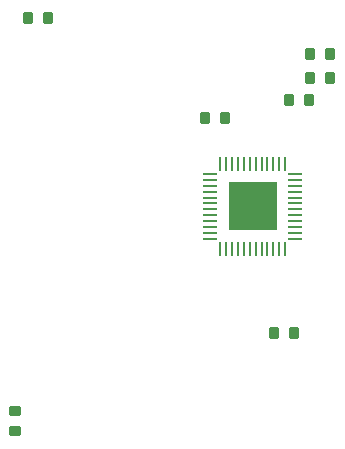
<source format=gtp>
G04 Layer_Color=8421504*
%FSLAX25Y25*%
%MOIN*%
G70*
G01*
G75*
%ADD10O,0.04724X0.00984*%
%ADD11O,0.00984X0.04724*%
%ADD12R,0.16142X0.16142*%
G04:AMPARAMS|DCode=13|XSize=39.37mil|YSize=35.43mil|CornerRadius=4.43mil|HoleSize=0mil|Usage=FLASHONLY|Rotation=0.000|XOffset=0mil|YOffset=0mil|HoleType=Round|Shape=RoundedRectangle|*
%AMROUNDEDRECTD13*
21,1,0.03937,0.02658,0,0,0.0*
21,1,0.03051,0.03543,0,0,0.0*
1,1,0.00886,0.01526,-0.01329*
1,1,0.00886,-0.01526,-0.01329*
1,1,0.00886,-0.01526,0.01329*
1,1,0.00886,0.01526,0.01329*
%
%ADD13ROUNDEDRECTD13*%
G04:AMPARAMS|DCode=14|XSize=39.37mil|YSize=35.43mil|CornerRadius=4.43mil|HoleSize=0mil|Usage=FLASHONLY|Rotation=90.000|XOffset=0mil|YOffset=0mil|HoleType=Round|Shape=RoundedRectangle|*
%AMROUNDEDRECTD14*
21,1,0.03937,0.02658,0,0,90.0*
21,1,0.03051,0.03543,0,0,90.0*
1,1,0.00886,0.01329,0.01526*
1,1,0.00886,0.01329,-0.01526*
1,1,0.00886,-0.01329,-0.01526*
1,1,0.00886,-0.01329,0.01526*
%
%ADD14ROUNDEDRECTD14*%
D10*
X188035Y247902D02*
D03*
Y245933D02*
D03*
Y243965D02*
D03*
Y241996D02*
D03*
Y240028D02*
D03*
Y238059D02*
D03*
Y236090D02*
D03*
Y234122D02*
D03*
Y232154D02*
D03*
Y230185D02*
D03*
Y228217D02*
D03*
Y226248D02*
D03*
X216185D02*
D03*
Y228217D02*
D03*
Y230185D02*
D03*
Y232154D02*
D03*
Y234122D02*
D03*
Y236090D02*
D03*
Y238059D02*
D03*
Y240028D02*
D03*
Y241996D02*
D03*
Y243965D02*
D03*
Y245933D02*
D03*
Y247902D02*
D03*
D11*
X191284Y223000D02*
D03*
X193252D02*
D03*
X195220D02*
D03*
X197189D02*
D03*
X199158D02*
D03*
X201126D02*
D03*
X203095D02*
D03*
X205063D02*
D03*
X207031D02*
D03*
X209000D02*
D03*
X210968D02*
D03*
X212937D02*
D03*
Y251150D02*
D03*
X210968D02*
D03*
X209000D02*
D03*
X207031D02*
D03*
X205063D02*
D03*
X203095D02*
D03*
X201126D02*
D03*
X199158D02*
D03*
X197189D02*
D03*
X195220D02*
D03*
X193252D02*
D03*
X191284D02*
D03*
D12*
X202110Y237075D02*
D03*
D13*
X123000Y168846D02*
D03*
Y162153D02*
D03*
D14*
X215846Y195000D02*
D03*
X209154D02*
D03*
X127307Y300000D02*
D03*
X134000D02*
D03*
X214154Y272500D02*
D03*
X220847D02*
D03*
X227847Y280000D02*
D03*
X221153D02*
D03*
X227847Y288000D02*
D03*
X221153D02*
D03*
X192847Y266500D02*
D03*
X186153D02*
D03*
M02*

</source>
